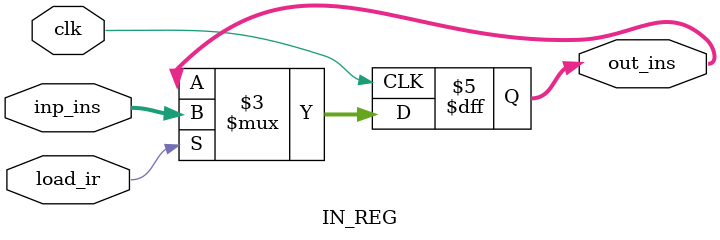
<source format=v>
`timescale 1ns / 1ps


module IN_REG(input clk,
    input load_ir,
    input [31:0] inp_ins,
    output reg [31:0] out_ins
    );
    always @(posedge clk)
    begin
        if(load_ir) out_ins <= inp_ins;
        else out_ins <= out_ins;
    end
endmodule

</source>
